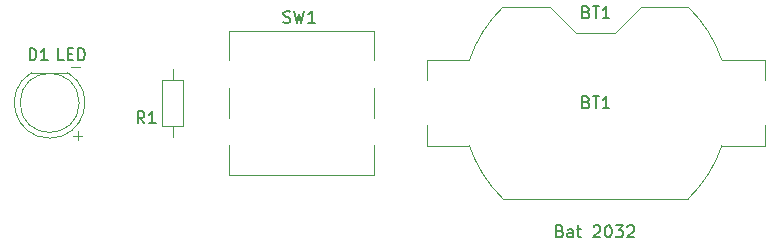
<source format=gto>
%TF.GenerationSoftware,KiCad,Pcbnew,8.0.4*%
%TF.CreationDate,2024-08-28T21:16:36+02:00*%
%TF.ProjectId,Project1LedTorch,50726f6a-6563-4743-914c-6564546f7263,1*%
%TF.SameCoordinates,Original*%
%TF.FileFunction,Legend,Top*%
%TF.FilePolarity,Positive*%
%FSLAX46Y46*%
G04 Gerber Fmt 4.6, Leading zero omitted, Abs format (unit mm)*
G04 Created by KiCad (PCBNEW 8.0.4) date 2024-08-28 21:16:36*
%MOMM*%
%LPD*%
G01*
G04 APERTURE LIST*
%ADD10C,0.100000*%
%ADD11C,0.150000*%
%ADD12C,0.120000*%
G04 APERTURE END LIST*
D10*
X122858884Y-101218466D02*
X123620789Y-101218466D01*
X123239836Y-101599419D02*
X123239836Y-100837514D01*
X122700714Y-95351466D02*
X123462619Y-95351466D01*
D11*
X140652667Y-91593200D02*
X140795524Y-91640819D01*
X140795524Y-91640819D02*
X141033619Y-91640819D01*
X141033619Y-91640819D02*
X141128857Y-91593200D01*
X141128857Y-91593200D02*
X141176476Y-91545580D01*
X141176476Y-91545580D02*
X141224095Y-91450342D01*
X141224095Y-91450342D02*
X141224095Y-91355104D01*
X141224095Y-91355104D02*
X141176476Y-91259866D01*
X141176476Y-91259866D02*
X141128857Y-91212247D01*
X141128857Y-91212247D02*
X141033619Y-91164628D01*
X141033619Y-91164628D02*
X140843143Y-91117009D01*
X140843143Y-91117009D02*
X140747905Y-91069390D01*
X140747905Y-91069390D02*
X140700286Y-91021771D01*
X140700286Y-91021771D02*
X140652667Y-90926533D01*
X140652667Y-90926533D02*
X140652667Y-90831295D01*
X140652667Y-90831295D02*
X140700286Y-90736057D01*
X140700286Y-90736057D02*
X140747905Y-90688438D01*
X140747905Y-90688438D02*
X140843143Y-90640819D01*
X140843143Y-90640819D02*
X141081238Y-90640819D01*
X141081238Y-90640819D02*
X141224095Y-90688438D01*
X141557429Y-90640819D02*
X141795524Y-91640819D01*
X141795524Y-91640819D02*
X141986000Y-90926533D01*
X141986000Y-90926533D02*
X142176476Y-91640819D01*
X142176476Y-91640819D02*
X142414572Y-90640819D01*
X143319333Y-91640819D02*
X142747905Y-91640819D01*
X143033619Y-91640819D02*
X143033619Y-90640819D01*
X143033619Y-90640819D02*
X142938381Y-90783676D01*
X142938381Y-90783676D02*
X142843143Y-90878914D01*
X142843143Y-90878914D02*
X142747905Y-90926533D01*
X128865333Y-100149819D02*
X128532000Y-99673628D01*
X128293905Y-100149819D02*
X128293905Y-99149819D01*
X128293905Y-99149819D02*
X128674857Y-99149819D01*
X128674857Y-99149819D02*
X128770095Y-99197438D01*
X128770095Y-99197438D02*
X128817714Y-99245057D01*
X128817714Y-99245057D02*
X128865333Y-99340295D01*
X128865333Y-99340295D02*
X128865333Y-99483152D01*
X128865333Y-99483152D02*
X128817714Y-99578390D01*
X128817714Y-99578390D02*
X128770095Y-99626009D01*
X128770095Y-99626009D02*
X128674857Y-99673628D01*
X128674857Y-99673628D02*
X128293905Y-99673628D01*
X129817714Y-100149819D02*
X129246286Y-100149819D01*
X129532000Y-100149819D02*
X129532000Y-99149819D01*
X129532000Y-99149819D02*
X129436762Y-99292676D01*
X129436762Y-99292676D02*
X129341524Y-99387914D01*
X129341524Y-99387914D02*
X129246286Y-99435533D01*
X119149905Y-94815819D02*
X119149905Y-93815819D01*
X119149905Y-93815819D02*
X119388000Y-93815819D01*
X119388000Y-93815819D02*
X119530857Y-93863438D01*
X119530857Y-93863438D02*
X119626095Y-93958676D01*
X119626095Y-93958676D02*
X119673714Y-94053914D01*
X119673714Y-94053914D02*
X119721333Y-94244390D01*
X119721333Y-94244390D02*
X119721333Y-94387247D01*
X119721333Y-94387247D02*
X119673714Y-94577723D01*
X119673714Y-94577723D02*
X119626095Y-94672961D01*
X119626095Y-94672961D02*
X119530857Y-94768200D01*
X119530857Y-94768200D02*
X119388000Y-94815819D01*
X119388000Y-94815819D02*
X119149905Y-94815819D01*
X120673714Y-94815819D02*
X120102286Y-94815819D01*
X120388000Y-94815819D02*
X120388000Y-93815819D01*
X120388000Y-93815819D02*
X120292762Y-93958676D01*
X120292762Y-93958676D02*
X120197524Y-94053914D01*
X120197524Y-94053914D02*
X120102286Y-94101533D01*
X122039142Y-94815819D02*
X121562952Y-94815819D01*
X121562952Y-94815819D02*
X121562952Y-93815819D01*
X122372476Y-94292009D02*
X122705809Y-94292009D01*
X122848666Y-94815819D02*
X122372476Y-94815819D01*
X122372476Y-94815819D02*
X122372476Y-93815819D01*
X122372476Y-93815819D02*
X122848666Y-93815819D01*
X123277238Y-94815819D02*
X123277238Y-93815819D01*
X123277238Y-93815819D02*
X123515333Y-93815819D01*
X123515333Y-93815819D02*
X123658190Y-93863438D01*
X123658190Y-93863438D02*
X123753428Y-93958676D01*
X123753428Y-93958676D02*
X123801047Y-94053914D01*
X123801047Y-94053914D02*
X123848666Y-94244390D01*
X123848666Y-94244390D02*
X123848666Y-94387247D01*
X123848666Y-94387247D02*
X123801047Y-94577723D01*
X123801047Y-94577723D02*
X123753428Y-94672961D01*
X123753428Y-94672961D02*
X123658190Y-94768200D01*
X123658190Y-94768200D02*
X123515333Y-94815819D01*
X123515333Y-94815819D02*
X123277238Y-94815819D01*
X166294285Y-90736009D02*
X166437142Y-90783628D01*
X166437142Y-90783628D02*
X166484761Y-90831247D01*
X166484761Y-90831247D02*
X166532380Y-90926485D01*
X166532380Y-90926485D02*
X166532380Y-91069342D01*
X166532380Y-91069342D02*
X166484761Y-91164580D01*
X166484761Y-91164580D02*
X166437142Y-91212200D01*
X166437142Y-91212200D02*
X166341904Y-91259819D01*
X166341904Y-91259819D02*
X165960952Y-91259819D01*
X165960952Y-91259819D02*
X165960952Y-90259819D01*
X165960952Y-90259819D02*
X166294285Y-90259819D01*
X166294285Y-90259819D02*
X166389523Y-90307438D01*
X166389523Y-90307438D02*
X166437142Y-90355057D01*
X166437142Y-90355057D02*
X166484761Y-90450295D01*
X166484761Y-90450295D02*
X166484761Y-90545533D01*
X166484761Y-90545533D02*
X166437142Y-90640771D01*
X166437142Y-90640771D02*
X166389523Y-90688390D01*
X166389523Y-90688390D02*
X166294285Y-90736009D01*
X166294285Y-90736009D02*
X165960952Y-90736009D01*
X166818095Y-90259819D02*
X167389523Y-90259819D01*
X167103809Y-91259819D02*
X167103809Y-90259819D01*
X168246666Y-91259819D02*
X167675238Y-91259819D01*
X167960952Y-91259819D02*
X167960952Y-90259819D01*
X167960952Y-90259819D02*
X167865714Y-90402676D01*
X167865714Y-90402676D02*
X167770476Y-90497914D01*
X167770476Y-90497914D02*
X167675238Y-90545533D01*
X164052618Y-109278009D02*
X164195475Y-109325628D01*
X164195475Y-109325628D02*
X164243094Y-109373247D01*
X164243094Y-109373247D02*
X164290713Y-109468485D01*
X164290713Y-109468485D02*
X164290713Y-109611342D01*
X164290713Y-109611342D02*
X164243094Y-109706580D01*
X164243094Y-109706580D02*
X164195475Y-109754200D01*
X164195475Y-109754200D02*
X164100237Y-109801819D01*
X164100237Y-109801819D02*
X163719285Y-109801819D01*
X163719285Y-109801819D02*
X163719285Y-108801819D01*
X163719285Y-108801819D02*
X164052618Y-108801819D01*
X164052618Y-108801819D02*
X164147856Y-108849438D01*
X164147856Y-108849438D02*
X164195475Y-108897057D01*
X164195475Y-108897057D02*
X164243094Y-108992295D01*
X164243094Y-108992295D02*
X164243094Y-109087533D01*
X164243094Y-109087533D02*
X164195475Y-109182771D01*
X164195475Y-109182771D02*
X164147856Y-109230390D01*
X164147856Y-109230390D02*
X164052618Y-109278009D01*
X164052618Y-109278009D02*
X163719285Y-109278009D01*
X165147856Y-109801819D02*
X165147856Y-109278009D01*
X165147856Y-109278009D02*
X165100237Y-109182771D01*
X165100237Y-109182771D02*
X165004999Y-109135152D01*
X165004999Y-109135152D02*
X164814523Y-109135152D01*
X164814523Y-109135152D02*
X164719285Y-109182771D01*
X165147856Y-109754200D02*
X165052618Y-109801819D01*
X165052618Y-109801819D02*
X164814523Y-109801819D01*
X164814523Y-109801819D02*
X164719285Y-109754200D01*
X164719285Y-109754200D02*
X164671666Y-109658961D01*
X164671666Y-109658961D02*
X164671666Y-109563723D01*
X164671666Y-109563723D02*
X164719285Y-109468485D01*
X164719285Y-109468485D02*
X164814523Y-109420866D01*
X164814523Y-109420866D02*
X165052618Y-109420866D01*
X165052618Y-109420866D02*
X165147856Y-109373247D01*
X165481190Y-109135152D02*
X165862142Y-109135152D01*
X165624047Y-108801819D02*
X165624047Y-109658961D01*
X165624047Y-109658961D02*
X165671666Y-109754200D01*
X165671666Y-109754200D02*
X165766904Y-109801819D01*
X165766904Y-109801819D02*
X165862142Y-109801819D01*
X166909762Y-108897057D02*
X166957381Y-108849438D01*
X166957381Y-108849438D02*
X167052619Y-108801819D01*
X167052619Y-108801819D02*
X167290714Y-108801819D01*
X167290714Y-108801819D02*
X167385952Y-108849438D01*
X167385952Y-108849438D02*
X167433571Y-108897057D01*
X167433571Y-108897057D02*
X167481190Y-108992295D01*
X167481190Y-108992295D02*
X167481190Y-109087533D01*
X167481190Y-109087533D02*
X167433571Y-109230390D01*
X167433571Y-109230390D02*
X166862143Y-109801819D01*
X166862143Y-109801819D02*
X167481190Y-109801819D01*
X168100238Y-108801819D02*
X168195476Y-108801819D01*
X168195476Y-108801819D02*
X168290714Y-108849438D01*
X168290714Y-108849438D02*
X168338333Y-108897057D01*
X168338333Y-108897057D02*
X168385952Y-108992295D01*
X168385952Y-108992295D02*
X168433571Y-109182771D01*
X168433571Y-109182771D02*
X168433571Y-109420866D01*
X168433571Y-109420866D02*
X168385952Y-109611342D01*
X168385952Y-109611342D02*
X168338333Y-109706580D01*
X168338333Y-109706580D02*
X168290714Y-109754200D01*
X168290714Y-109754200D02*
X168195476Y-109801819D01*
X168195476Y-109801819D02*
X168100238Y-109801819D01*
X168100238Y-109801819D02*
X168005000Y-109754200D01*
X168005000Y-109754200D02*
X167957381Y-109706580D01*
X167957381Y-109706580D02*
X167909762Y-109611342D01*
X167909762Y-109611342D02*
X167862143Y-109420866D01*
X167862143Y-109420866D02*
X167862143Y-109182771D01*
X167862143Y-109182771D02*
X167909762Y-108992295D01*
X167909762Y-108992295D02*
X167957381Y-108897057D01*
X167957381Y-108897057D02*
X168005000Y-108849438D01*
X168005000Y-108849438D02*
X168100238Y-108801819D01*
X168766905Y-108801819D02*
X169385952Y-108801819D01*
X169385952Y-108801819D02*
X169052619Y-109182771D01*
X169052619Y-109182771D02*
X169195476Y-109182771D01*
X169195476Y-109182771D02*
X169290714Y-109230390D01*
X169290714Y-109230390D02*
X169338333Y-109278009D01*
X169338333Y-109278009D02*
X169385952Y-109373247D01*
X169385952Y-109373247D02*
X169385952Y-109611342D01*
X169385952Y-109611342D02*
X169338333Y-109706580D01*
X169338333Y-109706580D02*
X169290714Y-109754200D01*
X169290714Y-109754200D02*
X169195476Y-109801819D01*
X169195476Y-109801819D02*
X168909762Y-109801819D01*
X168909762Y-109801819D02*
X168814524Y-109754200D01*
X168814524Y-109754200D02*
X168766905Y-109706580D01*
X169766905Y-108897057D02*
X169814524Y-108849438D01*
X169814524Y-108849438D02*
X169909762Y-108801819D01*
X169909762Y-108801819D02*
X170147857Y-108801819D01*
X170147857Y-108801819D02*
X170243095Y-108849438D01*
X170243095Y-108849438D02*
X170290714Y-108897057D01*
X170290714Y-108897057D02*
X170338333Y-108992295D01*
X170338333Y-108992295D02*
X170338333Y-109087533D01*
X170338333Y-109087533D02*
X170290714Y-109230390D01*
X170290714Y-109230390D02*
X169719286Y-109801819D01*
X169719286Y-109801819D02*
X170338333Y-109801819D01*
X166294285Y-98356009D02*
X166437142Y-98403628D01*
X166437142Y-98403628D02*
X166484761Y-98451247D01*
X166484761Y-98451247D02*
X166532380Y-98546485D01*
X166532380Y-98546485D02*
X166532380Y-98689342D01*
X166532380Y-98689342D02*
X166484761Y-98784580D01*
X166484761Y-98784580D02*
X166437142Y-98832200D01*
X166437142Y-98832200D02*
X166341904Y-98879819D01*
X166341904Y-98879819D02*
X165960952Y-98879819D01*
X165960952Y-98879819D02*
X165960952Y-97879819D01*
X165960952Y-97879819D02*
X166294285Y-97879819D01*
X166294285Y-97879819D02*
X166389523Y-97927438D01*
X166389523Y-97927438D02*
X166437142Y-97975057D01*
X166437142Y-97975057D02*
X166484761Y-98070295D01*
X166484761Y-98070295D02*
X166484761Y-98165533D01*
X166484761Y-98165533D02*
X166437142Y-98260771D01*
X166437142Y-98260771D02*
X166389523Y-98308390D01*
X166389523Y-98308390D02*
X166294285Y-98356009D01*
X166294285Y-98356009D02*
X165960952Y-98356009D01*
X166818095Y-97879819D02*
X167389523Y-97879819D01*
X167103809Y-98879819D02*
X167103809Y-97879819D01*
X168246666Y-98879819D02*
X167675238Y-98879819D01*
X167960952Y-98879819D02*
X167960952Y-97879819D01*
X167960952Y-97879819D02*
X167865714Y-98022676D01*
X167865714Y-98022676D02*
X167770476Y-98117914D01*
X167770476Y-98117914D02*
X167675238Y-98165533D01*
D12*
%TO.C,SW1*%
X136078000Y-92315000D02*
X136078000Y-94825000D01*
X136078000Y-92315000D02*
X148298000Y-92315000D01*
X136078000Y-97125000D02*
X136078000Y-99725000D01*
X136078000Y-102025000D02*
X136078000Y-104535000D01*
X148298000Y-92315000D02*
X148298000Y-94825000D01*
X148298000Y-97125000D02*
X148298000Y-99725000D01*
X148298000Y-102025000D02*
X148298000Y-104535000D01*
X148298000Y-104535000D02*
X136078000Y-104535000D01*
%TO.C,R1*%
X130346000Y-96505000D02*
X130346000Y-100345000D01*
X130346000Y-100345000D02*
X132186000Y-100345000D01*
X131266000Y-95555000D02*
X131266000Y-96505000D01*
X131266000Y-101295000D02*
X131266000Y-100345000D01*
X132186000Y-96505000D02*
X130346000Y-96505000D01*
X132186000Y-100345000D02*
X132186000Y-96505000D01*
%TO.C,D1*%
X122397000Y-95860000D02*
X119307000Y-95860000D01*
X120852462Y-101410000D02*
G75*
G02*
X119307170Y-95860000I-462J2990000D01*
G01*
X122396830Y-95860000D02*
G75*
G02*
X120851538Y-101410000I-1544830J-2560000D01*
G01*
X123352000Y-98420000D02*
G75*
G02*
X118352000Y-98420000I-2500000J0D01*
G01*
X118352000Y-98420000D02*
G75*
G02*
X123352000Y-98420000I2500000J0D01*
G01*
%TO.C,BT1*%
X152770000Y-94815000D02*
X156388000Y-94815000D01*
X152770000Y-96525000D02*
X152770000Y-94815000D01*
X152770000Y-100325000D02*
X152770000Y-102035000D01*
X156388000Y-102035000D02*
X152770000Y-102035000D01*
X159232700Y-90315000D02*
X163220000Y-90315000D01*
X165420000Y-92515000D02*
X163220000Y-90315000D01*
X165420000Y-92515000D02*
X168740000Y-92515000D01*
X168740000Y-92515000D02*
X170940000Y-90315000D01*
X170940000Y-90315000D02*
X174927300Y-90315000D01*
X174927300Y-106535000D02*
X159232700Y-106535000D01*
X177772000Y-94815000D02*
X181390000Y-94815000D01*
X181390000Y-96525000D02*
X181390000Y-94815000D01*
X181390000Y-100325000D02*
X181390000Y-102035000D01*
X181390000Y-102035000D02*
X177772000Y-102035000D01*
X156388000Y-94815000D02*
G75*
G02*
X159234629Y-90313211I10692020J-3610012D01*
G01*
X159234629Y-106536789D02*
G75*
G02*
X156388000Y-102035000I7845371J8111789D01*
G01*
X174925371Y-90313211D02*
G75*
G02*
X177772000Y-94815000I-7845366J-8111785D01*
G01*
X177772000Y-102035000D02*
G75*
G02*
X174925372Y-106536790I-10692020J3610010D01*
G01*
%TD*%
M02*

</source>
